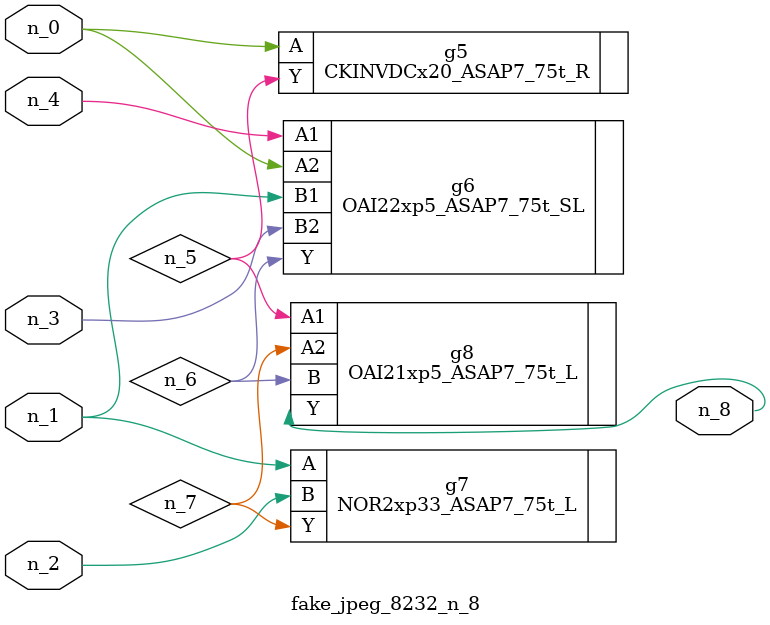
<source format=v>
module fake_jpeg_8232_n_8 (n_3, n_2, n_1, n_0, n_4, n_8);

input n_3;
input n_2;
input n_1;
input n_0;
input n_4;

output n_8;

wire n_6;
wire n_5;
wire n_7;

CKINVDCx20_ASAP7_75t_R g5 ( 
.A(n_0),
.Y(n_5)
);

OAI22xp5_ASAP7_75t_SL g6 ( 
.A1(n_4),
.A2(n_0),
.B1(n_1),
.B2(n_3),
.Y(n_6)
);

NOR2xp33_ASAP7_75t_L g7 ( 
.A(n_1),
.B(n_2),
.Y(n_7)
);

OAI21xp5_ASAP7_75t_L g8 ( 
.A1(n_5),
.A2(n_7),
.B(n_6),
.Y(n_8)
);


endmodule
</source>
